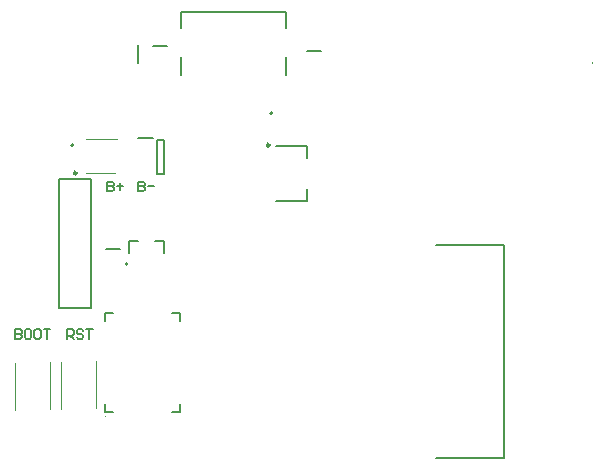
<source format=gbr>
%TF.GenerationSoftware,Altium Limited,Altium Designer,24.6.1 (21)*%
G04 Layer_Color=65535*
%FSLAX45Y45*%
%MOMM*%
%TF.SameCoordinates,C73725EF-E552-4689-BE2B-43CAEE6025B1*%
%TF.FilePolarity,Positive*%
%TF.FileFunction,Legend,Top*%
%TF.Part,Single*%
G01*
G75*
%TA.AperFunction,NonConductor*%
%ADD40C,0.10000*%
%ADD41C,0.25000*%
%ADD42C,0.20000*%
%ADD43C,0.12700*%
%ADD44C,0.15000*%
D40*
X17900000Y9700000D02*
G03*
X17900000Y9710000I0J5000D01*
G01*
D02*
G03*
X17900000Y9700000I0J-5000D01*
G01*
X13775000Y6710000D02*
G03*
X13775000Y6710000I-5000J0D01*
G01*
X16414999Y8274400D02*
G03*
X16414999Y8264400I0J-5000D01*
G01*
D02*
G03*
X16414999Y8274400I0J5000D01*
G01*
X13403500Y6780000D02*
Y7175000D01*
X13696500Y6785000D02*
Y7180000D01*
X13306500Y6775000D02*
Y7170000D01*
X13013499Y6770000D02*
Y7165000D01*
X13614999Y9065000D02*
X13875000D01*
X13614999Y8775000D02*
X13860001D01*
D41*
X13532500Y8773999D02*
G03*
X13532500Y8773999I-12500J0D01*
G01*
X15167500Y9010000D02*
G03*
X15167500Y9010000I-12500J0D01*
G01*
D42*
X15189999Y9280000D02*
G03*
X15189999Y9280000I-10000J0D01*
G01*
X13495000Y9020000D02*
G03*
X13495000Y9000000I0J-10000D01*
G01*
D02*
G03*
X13495000Y9020000I0J10000D01*
G01*
X13964999Y8005000D02*
G03*
X13964999Y8005000I-10000J0D01*
G01*
X13655000Y7634499D02*
Y8725499D01*
X13385001Y7634499D02*
X13655000D01*
X13385001D02*
Y8725499D01*
X13655000D01*
X13770000Y6750000D02*
X13839500D01*
X14340500D02*
X14410001D01*
X13770000Y7590000D02*
X13839500D01*
X14340500D02*
X14410001D01*
X13770000Y6750000D02*
Y6820500D01*
Y7519500D02*
Y7590000D01*
X14410001Y6750000D02*
Y6820500D01*
Y7519500D02*
Y7590000D01*
X14050500Y9705000D02*
Y9857500D01*
X15220000Y9000000D02*
X15480000D01*
Y8900000D02*
Y9000000D01*
X15220000Y8540000D02*
X15480000D01*
Y8640000D01*
X14180000Y9850000D02*
X14300000D01*
X13780000Y8130000D02*
X13900000D01*
X16575000Y6364400D02*
X17150000D01*
Y8164400D01*
X16575000D02*
X17150000D01*
X15480000Y9810000D02*
X15600000D01*
X14210001Y9055000D02*
X14270000D01*
Y8765000D02*
Y9055000D01*
X14210001Y8765000D02*
X14270000D01*
X14210001D02*
Y9055000D01*
X14055000Y9070000D02*
X14175000D01*
D43*
X14413000Y9605000D02*
Y9755000D01*
X15307001Y9605000D02*
Y9755000D01*
X14413000Y10140000D02*
X15307001D01*
X14413000Y10005000D02*
Y10140000D01*
X15307001Y10005000D02*
Y10140000D01*
D44*
X13975000Y8095000D02*
Y8195000D01*
X14055000D01*
X14275000Y8095000D02*
Y8195000D01*
X14195000D02*
X14275000D01*
X14053355Y8699987D02*
Y8620013D01*
X14093343D01*
X14106671Y8633342D01*
Y8646671D01*
X14093343Y8660000D01*
X14053355D01*
X14093343D01*
X14106671Y8673329D01*
Y8686658D01*
X14093343Y8699987D01*
X14053355D01*
X14133328Y8660000D02*
X14186646D01*
X13793355Y8699987D02*
Y8620013D01*
X13833342D01*
X13846671Y8633342D01*
Y8646671D01*
X13833342Y8660000D01*
X13793355D01*
X13833342D01*
X13846671Y8673329D01*
Y8686658D01*
X13833342Y8699987D01*
X13793355D01*
X13873329Y8660000D02*
X13926645D01*
X13899986Y8686658D02*
Y8633342D01*
X13013380Y7449987D02*
Y7370013D01*
X13053368D01*
X13066698Y7383342D01*
Y7396671D01*
X13053368Y7410000D01*
X13013380D01*
X13053368D01*
X13066698Y7423329D01*
Y7436658D01*
X13053368Y7449987D01*
X13013380D01*
X13133342D02*
X13106683D01*
X13093355Y7436658D01*
Y7383342D01*
X13106683Y7370013D01*
X13133342D01*
X13146671Y7383342D01*
Y7436658D01*
X13133342Y7449987D01*
X13213316D02*
X13186658D01*
X13173329Y7436658D01*
Y7383342D01*
X13186658Y7370013D01*
X13213316D01*
X13226645Y7383342D01*
Y7436658D01*
X13213316Y7449987D01*
X13253304D02*
X13306619D01*
X13279962D01*
Y7370013D01*
X13453368D02*
Y7449987D01*
X13493355D01*
X13506683Y7436658D01*
Y7410000D01*
X13493355Y7396671D01*
X13453368D01*
X13480026D02*
X13506683Y7370013D01*
X13586658Y7436658D02*
X13573329Y7449987D01*
X13546671D01*
X13533342Y7436658D01*
Y7423329D01*
X13546671Y7410000D01*
X13573329D01*
X13586658Y7396671D01*
Y7383342D01*
X13573329Y7370013D01*
X13546671D01*
X13533342Y7383342D01*
X13613316Y7449987D02*
X13666632D01*
X13639973D01*
Y7370013D01*
%TF.MD5,e1772d968a96e0512567546ba8b8cd4f*%
M02*

</source>
